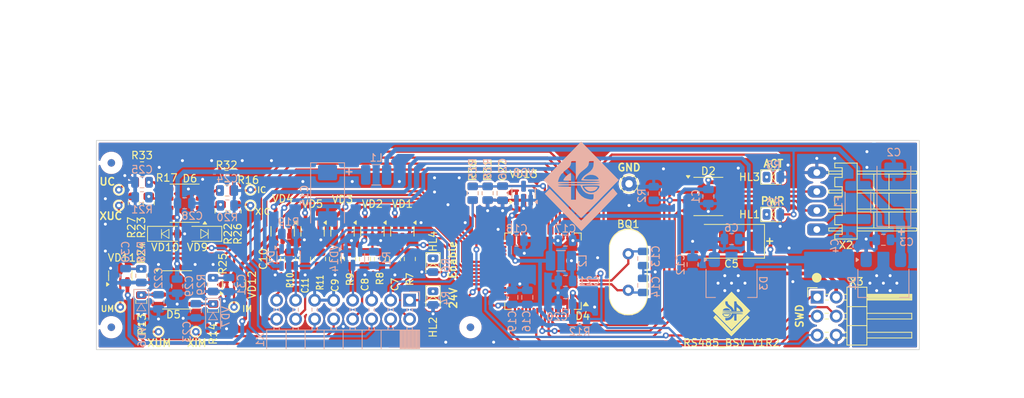
<source format=kicad_pcb>
(kicad_pcb
	(version 20240108)
	(generator "pcbnew")
	(generator_version "8.0")
	(general
		(thickness 1.6)
		(legacy_teardrops no)
	)
	(paper "A4")
	(title_block
		(title "RS485_BSV")
		(rev "2")
		(company "ООО \"Экросхим\"")
		(comment 1 "Антон Мухин")
	)
	(layers
		(0 "F.Cu" signal)
		(1 "In1.Cu" power)
		(2 "In2.Cu" power)
		(31 "B.Cu" signal)
		(32 "B.Adhes" user "B.Adhesive")
		(33 "F.Adhes" user "F.Adhesive")
		(34 "B.Paste" user)
		(35 "F.Paste" user)
		(36 "B.SilkS" user "B.Silkscreen")
		(37 "F.SilkS" user "F.Silkscreen")
		(38 "B.Mask" user)
		(39 "F.Mask" user)
		(40 "Dwgs.User" user "User.Drawings")
		(41 "Cmts.User" user "User.Comments")
		(42 "Eco1.User" user "User.Eco1")
		(43 "Eco2.User" user "User.Eco2")
		(44 "Edge.Cuts" user)
		(45 "Margin" user)
		(46 "B.CrtYd" user "B.Courtyard")
		(47 "F.CrtYd" user "F.Courtyard")
		(48 "B.Fab" user)
		(49 "F.Fab" user)
		(50 "User.1" user)
		(51 "User.2" user)
		(52 "User.3" user)
		(53 "User.4" user)
		(54 "User.5" user)
		(55 "User.6" user)
		(56 "User.7" user)
		(57 "User.8" user)
		(58 "User.9" user)
	)
	(setup
		(stackup
			(layer "F.SilkS"
				(type "Top Silk Screen")
			)
			(layer "F.Paste"
				(type "Top Solder Paste")
			)
			(layer "F.Mask"
				(type "Top Solder Mask")
				(thickness 0.01)
			)
			(layer "F.Cu"
				(type "copper")
				(thickness 0.035)
			)
			(layer "dielectric 1"
				(type "prepreg")
				(thickness 0.1)
				(material "FR4")
				(epsilon_r 4.5)
				(loss_tangent 0.02)
			)
			(layer "In1.Cu"
				(type "copper")
				(thickness 0.035)
			)
			(layer "dielectric 2"
				(type "core")
				(thickness 1.24)
				(material "FR4")
				(epsilon_r 4.5)
				(loss_tangent 0.02)
			)
			(layer "In2.Cu"
				(type "copper")
				(thickness 0.035)
			)
			(layer "dielectric 3"
				(type "prepreg")
				(thickness 0.1)
				(material "FR4")
				(epsilon_r 4.5)
				(loss_tangent 0.02)
			)
			(layer "B.Cu"
				(type "copper")
				(thickness 0.035)
			)
			(layer "B.Mask"
				(type "Bottom Solder Mask")
				(thickness 0.01)
			)
			(layer "B.Paste"
				(type "Bottom Solder Paste")
			)
			(layer "B.SilkS"
				(type "Bottom Silk Screen")
			)
			(copper_finish "None")
			(dielectric_constraints no)
		)
		(pad_to_mask_clearance 0)
		(allow_soldermask_bridges_in_footprints no)
		(aux_axis_origin 30 63)
		(grid_origin 30 63)
		(pcbplotparams
			(layerselection 0x00010fc_ffffffff)
			(plot_on_all_layers_selection 0x0000000_00000000)
			(disableapertmacros no)
			(usegerberextensions yes)
			(usegerberattributes no)
			(usegerberadvancedattributes no)
			(creategerberjobfile no)
			(dashed_line_dash_ratio 12.000000)
			(dashed_line_gap_ratio 3.000000)
			(svgprecision 4)
			(plotframeref no)
			(viasonmask no)
			(mode 1)
			(useauxorigin yes)
			(hpglpennumber 1)
			(hpglpenspeed 20)
			(hpglpendiameter 15.000000)
			(pdf_front_fp_property_popups yes)
			(pdf_back_fp_property_popups yes)
			(dxfpolygonmode yes)
			(dxfimperialunits yes)
			(dxfusepcbnewfont yes)
			(psnegative no)
			(psa4output no)
			(plotreference yes)
			(plotvalue no)
			(plotfptext yes)
			(plotinvisibletext no)
			(sketchpadsonfab no)
			(subtractmaskfromsilk yes)
			(outputformat 1)
			(mirror no)
			(drillshape 0)
			(scaleselection 1)
			(outputdirectory "gerbers/")
		)
	)
	(net 0 "")
	(net 1 "Net-(D4-PD0)")
	(net 2 "Net-(D4-PD1)")
	(net 3 "+3V3")
	(net 4 "GND")
	(net 5 "+12V")
	(net 6 "+5V")
	(net 7 "UA_RDY")
	(net 8 "XRAY_ON")
	(net 9 "NO_LINK")
	(net 10 "OVERLOAD")
	(net 11 "OVERHEAT")
	(net 12 "+12VA")
	(net 13 "+3.3VA")
	(net 14 "Net-(D5A-+)")
	(net 15 "Net-(D5B-+)")
	(net 16 "Net-(D6A-+)")
	(net 17 "Net-(D6B-+)")
	(net 18 "HV_24V")
	(net 19 "HV_15V")
	(net 20 "Net-(D2-B)")
	(net 21 "U1_RX")
	(net 22 "TXEN")
	(net 23 "Net-(D2-A)")
	(net 24 "U1_TX")
	(net 25 "SWO")
	(net 26 "unconnected-(D4-PC15-Pad4)")
	(net 27 "unconnected-(D4-PB4-Pad56)")
	(net 28 "unconnected-(D4-PB2-Pad28)")
	(net 29 "Ia_CTRL")
	(net 30 "SWCLK")
	(net 31 "unconnected-(D4-PC6-Pad37)")
	(net 32 "unconnected-(D4-PB9-Pad62)")
	(net 33 "unconnected-(D4-PC3-Pad11)")
	(net 34 "unconnected-(D4-PB10-Pad29)")
	(net 35 "unconnected-(D4-PC14-Pad3)")
	(net 36 "Net-(D4-PC10)")
	(net 37 "unconnected-(D4-PC0-Pad8)")
	(net 38 "RESET")
	(net 39 "unconnected-(D4-PB8-Pad61)")
	(net 40 "SWDIO")
	(net 41 "Net-(D4-PB14)")
	(net 42 "unconnected-(D4-PD2-Pad54)")
	(net 43 "Ua_MON")
	(net 44 "unconnected-(D4-PA1-Pad15)")
	(net 45 "unconnected-(D4-PA12-Pad45)")
	(net 46 "Net-(D4-PC11)")
	(net 47 "HV_ENABLE")
	(net 48 "unconnected-(D4-PB1-Pad27)")
	(net 49 "unconnected-(D4-PB0-Pad26)")
	(net 50 "unconnected-(D4-PC12-Pad53)")
	(net 51 "Ua_CTRL")
	(net 52 "unconnected-(D4-PC2-Pad10)")
	(net 53 "Net-(D4-PB12)")
	(net 54 "CONN")
	(net 55 "Ia_MON")
	(net 56 "Net-(D4-PA3)")
	(net 57 "unconnected-(D4-PC13-Pad2)")
	(net 58 "unconnected-(D4-PB11-Pad30)")
	(net 59 "LED_ACT")
	(net 60 "Net-(D4-PB15)")
	(net 61 "unconnected-(D4-PA15-Pad50)")
	(net 62 "Net-(D4-PA2)")
	(net 63 "Net-(D4-PB13)")
	(net 64 "unconnected-(D4-PA0-Pad14)")
	(net 65 "Net-(D5A--)")
	(net 66 "Net-(D5B--)")
	(net 67 "Net-(D6B--)")
	(net 68 "Net-(D6A--)")
	(net 69 "unconnected-(D7-NC-Pad1)")
	(net 70 "X_HV_ENABLE")
	(net 71 "Net-(X2-Pin_1)")
	(net 72 "Net-(HL1-K)")
	(net 73 "Net-(HL2-K)")
	(net 74 "X_HV_24V")
	(net 75 "Net-(HL3-K)")
	(net 76 "Net-(HL4-K)")
	(net 77 "/X_UA_RDY")
	(net 78 "/X_XRAY_ON")
	(net 79 "/X_NO_LINK")
	(net 80 "/X_OVERLOAD")
	(net 81 "/X_OVERHEAT")
	(net 82 "X_Ua_MON")
	(net 83 "X_Ia_MON")
	(net 84 "X_Ua_CTRL")
	(net 85 "X_Ia_CTRL")
	(net 86 "X_HV_15V")
	(net 87 "Net-(VD10-K)")
	(net 88 "Net-(VD9-K)")
	(footprint "Capacitor_SMD:C_0805_2012Metric" (layer "F.Cu") (at 57.9 50.862499 -90))
	(footprint "Capacitor_SMD:C_0805_2012Metric" (layer "F.Cu") (at 84.3 42.0625 -90))
	(footprint "Resistor_SMD:R_0805_2012Metric" (layer "F.Cu") (at 46.6 44.5 90))
	(footprint "Resistor_SMD:R_0805_2012Metric" (layer "F.Cu") (at 36.1 38.6))
	(footprint "TestPoint:TestPoint_THTPad_D1.0mm_Drill0.5mm" (layer "F.Cu") (at 50.6 41.6 180))
	(footprint "Connector_PinHeader_2.54mm:PinHeader_2x03_P2.54mm_Horizontal" (layer "F.Cu") (at 126.35 55.975))
	(footprint "Resistor_SMD:R_0805_2012Metric" (layer "F.Cu") (at 80.3 42.0625 90))
	(footprint "Fiducial:Fiducial_1mm_Mask3mm" (layer "F.Cu") (at 80 60))
	(footprint "Ecohim:TestPoint_Pad_D0.8mm_no_circle" (layer "F.Cu") (at 95.7 47.6 -90))
	(footprint "Package_TO_SOT_SMD:SOT-23" (layer "F.Cu") (at 70.9 47.162499 -90))
	(footprint "Resistor_SMD:R_0805_2012Metric" (layer "F.Cu") (at 45.6 54.3 90))
	(footprint "Ecohim:TestPoint_Pad_D0.8mm_no_circle" (layer "F.Cu") (at 82 47.8 -90))
	(footprint "TestPoint:TestPoint_THTPad_D1.0mm_Drill0.5mm" (layer "F.Cu") (at 33.2 57.3))
	(footprint "Resistor_SMD:R_0805_2012Metric" (layer "F.Cu") (at 48.599999 44.5 90))
	(footprint "Package_TO_SOT_SMD:SOT-23" (layer "F.Cu") (at 66.9 47.162499 -90))
	(footprint "Package_QFP:LQFP-64_10x10mm_P0.5mm" (layer "F.Cu") (at 89.7 52.5 180))
	(footprint "TestPoint:TestPoint_THTPad_D1.0mm_Drill0.5mm" (layer "F.Cu") (at 43.3 60.6))
	(footprint "Resistor_SMD:R_0805_2012Metric" (layer "F.Cu") (at 63.9 50.862499 90))
	(footprint "LED_SMD:LED_0805_2012Metric" (layer "F.Cu") (at 75 56.1 -90))
	(footprint "Resistor_SMD:R_0805_2012Metric" (layer "F.Cu") (at 71.9 50.862499 90))
	(footprint "TestPoint:TestPoint_THTPad_D1.0mm_Drill0.5mm" (layer "F.Cu") (at 50.6 43.7 180))
	(footprint "Resistor_SMD:R_0805_2012Metric" (layer "F.Cu") (at 55.9 50.862499 90))
	(footprint "Ecohim:TestPoint_Pad_D0.8mm_no_circle" (layer "F.Cu") (at 82 49 -90))
	(footprint "LED_SMD:LED_0805_2012Metric" (layer "F.Cu") (at 75 51.7 -90))
	(footprint "Package_TO_SOT_SMD:SOT-23" (layer "F.Cu") (at 58.9 47.162499 -90))
	(footprint "TestPoint:TestPoint_THTPad_D1.0mm_Drill0.5mm" (layer "F.Cu") (at 38.3 60.6))
	(footprint "Ecohim:TestPoint_Pad_D0.8mm_no_circle" (layer "F.Cu") (at 82 46.6 -90))
	(footprint "Diode_SMD:D_SOD-123" (layer "F.Cu") (at 39.2 47.5))
	(footprint "Crystal:Crystal_HC49-4H_Vertical" (layer "F.Cu") (at 101.1 55.050001 90))
	(footprint "Package_TO_SOT_SMD:SOT-23" (layer "F.Cu") (at 54.9 47.162499 -90))
	(footprint "TestPoint:TestPoint_THTPad_D2.0mm_Drill1.0mm" (layer "F.Cu") (at 101.2 40.8))
	(footprint "Ecohim:DS1070-4MR_WF-4RA_CONNFLY" (layer "F.Cu") (at 126.3 39.3 -90))
	(footprint "Ecohim:TestPoint_Pad_D0.8mm_no_circle" (layer "F.Cu") (at 94.5 46.5 -90))
	(footprint "TestPoint:TestPoint_THTPad_D1.0mm_Drill0.5mm" (layer "F.Cu") (at 48.4 57.3))
	(footprint "Ecohim:TestPoint_Pad_D0.8mm_no_circle" (layer "F.Cu") (at 82 50.2 -90))
	(footprint "LED_SMD:LED_0805_2012Metric" (layer "F.Cu") (at 120.5 44.9))
	(footprint "Fiducial:Fiducial_1mm_Mask3mm" (layer "F.Cu") (at 32 60))
	(footprint "Package_TO_SOT_SMD:SOT-23" (layer "F.Cu") (at 62.9 47.162499 -90))
	(footprint "Package_SO:SOIC-8_3.9x4.9mm_P1.27mm" (layer "F.Cu") (at 41.8 43.4 180))
	(footprint "Fiducial:Fiducial_1mm_Mask3mm" (layer "F.Cu") (at 32 38))
	(footprint "Ecohim:TestPoint_Pad_D0.8mm_no_circle"
		(layer "F.Cu")
		(uuid "994e962f-6f8c-4506-95e2-692a998de945")
		(at 87.800001 60.1 -90)
		(descr "SMD pad as test Point, diameter 0.8mm")
		(tags "test point SMD pad")
		(property "Reference" "TP3"
			(at 0 -1.448001 90)
			(layer "F.SilkS")
			(hide yes)
			(uuid "a7cf7626-7b2f-4ba4-81bd-d2dc5d83f453")
			(effects
				(font
					(size 1 1)
					(thickness 0.15)
				)
			)
		)
		(property "Value" "TestPoint"
			(at 0 1.550001 90)
			(layer "F.Fab")
			(hide yes)
			(uuid "6df85dba-4838-47dd-9172-088c7b593623")
			(effects
				(font
					(size 1 1)
					(thickness 0.15)
				)
			)
		)
		(property "Footprint" "Ecohim:TestPoint_Pad_D0.8mm_no_circle"
			(at 0 0 90)
			(layer "F.Fab")
			(hide yes)
			(uuid "29358d4a-4997-41c9-bb7a-1761f74586ba")
... [1129881 chars truncated]
</source>
